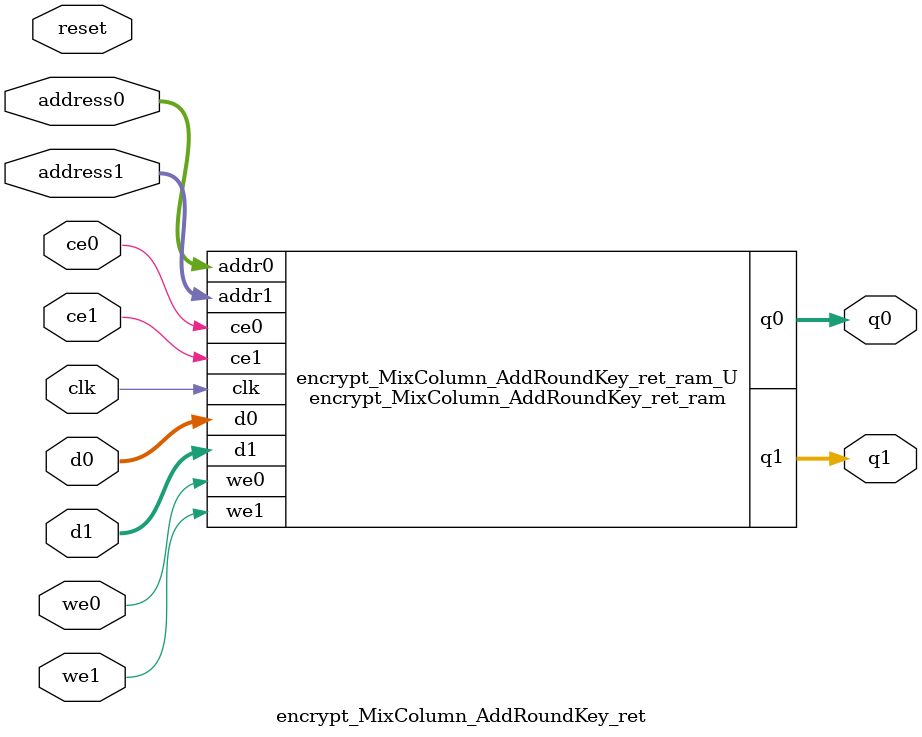
<source format=v>

`timescale 1 ns / 1 ps
module encrypt_MixColumn_AddRoundKey_ret_ram (addr0, ce0, d0, we0, q0, addr1, ce1, d1, we1, q1,  clk);

parameter DWIDTH = 32;
parameter AWIDTH = 5;
parameter MEM_SIZE = 32;

input[AWIDTH-1:0] addr0;
input ce0;
input[DWIDTH-1:0] d0;
input we0;
output reg[DWIDTH-1:0] q0;
input[AWIDTH-1:0] addr1;
input ce1;
input[DWIDTH-1:0] d1;
input we1;
output reg[DWIDTH-1:0] q1;
input clk;

(* ram_style = "block" *)reg [DWIDTH-1:0] ram[MEM_SIZE-1:0];




always @(posedge clk)  
begin 
    if (ce0) 
    begin
        if (we0) 
        begin 
            ram[addr0] <= d0; 
            q0 <= d0;
        end 
        else 
            q0 <= ram[addr0];
    end
end


always @(posedge clk)  
begin 
    if (ce1) 
    begin
        if (we1) 
        begin 
            ram[addr1] <= d1; 
            q1 <= d1;
        end 
        else 
            q1 <= ram[addr1];
    end
end


endmodule


`timescale 1 ns / 1 ps
module encrypt_MixColumn_AddRoundKey_ret(
    reset,
    clk,
    address0,
    ce0,
    we0,
    d0,
    q0,
    address1,
    ce1,
    we1,
    d1,
    q1);

parameter DataWidth = 32'd32;
parameter AddressRange = 32'd32;
parameter AddressWidth = 32'd5;
input reset;
input clk;
input[AddressWidth - 1:0] address0;
input ce0;
input we0;
input[DataWidth - 1:0] d0;
output[DataWidth - 1:0] q0;
input[AddressWidth - 1:0] address1;
input ce1;
input we1;
input[DataWidth - 1:0] d1;
output[DataWidth - 1:0] q1;



encrypt_MixColumn_AddRoundKey_ret_ram encrypt_MixColumn_AddRoundKey_ret_ram_U(
    .clk( clk ),
    .addr0( address0 ),
    .ce0( ce0 ),
    .d0( d0 ),
    .we0( we0 ),
    .q0( q0 ),
    .addr1( address1 ),
    .ce1( ce1 ),
    .d1( d1 ),
    .we1( we1 ),
    .q1( q1 ));

endmodule


</source>
